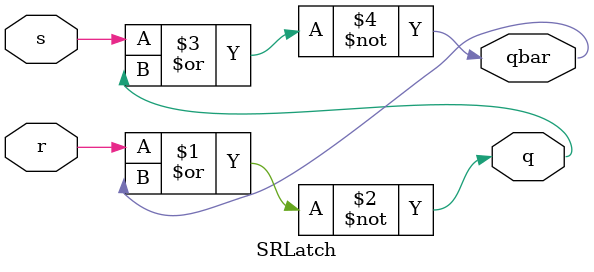
<source format=v>
`timescale 1ns / 1ps


module SRLatch(input s,r, output q, qbar);
    assign q = ~(r | qbar);
    assign qbar= ~(s | q);
endmodule


</source>
